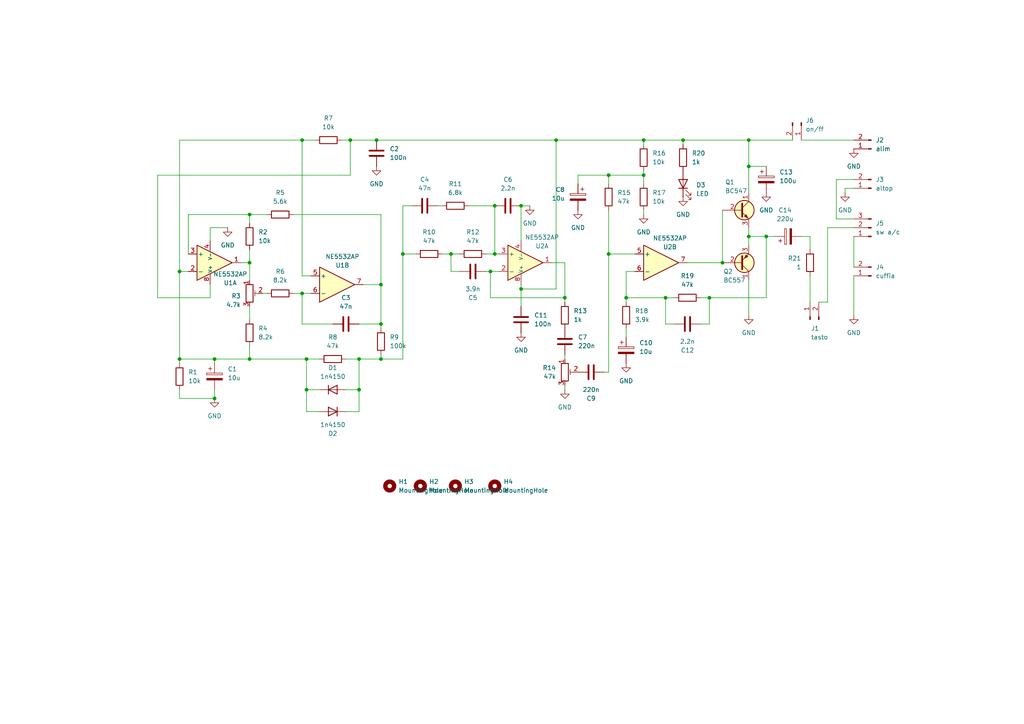
<source format=kicad_sch>
(kicad_sch (version 20231120) (generator "eeschema") (generator_version "8.0")
  (paper "A4")
  (lib_symbols
    (symbol "Connector:Conn_01x02_Pin" (pin_names (offset 1.016) hide)
      (property "Reference" "J" (at 0 2.54 0))
      (property "Value" "Conn_01x02_Pin" (at 0 -5.08 0))
      (symbol "Conn_01x02_Pin_1_1"
        (polyline (pts (xy 1.27 -2.54) (xy 0.8636 -2.54)) (stroke (width 0.1524)))
        (polyline (pts (xy 1.27 0) (xy 0.8636 0)) (stroke (width 0.1524)))
        (rectangle (start 0.8636 -2.413) (end 0 -2.667) (stroke (width 0.1524)) (fill (type outline)))
        (rectangle (start 0.8636 0.127) (end 0 -0.127) (stroke (width 0.1524)) (fill (type outline)))
        (pin passive line (at 5.08 0 180) (length 3.81) (name "Pin_1") (number "1"))
        (pin passive line (at 5.08 -2.54 180) (length 3.81) (name "Pin_2") (number "2"))
      )
    )
    (symbol "Connector:Conn_01x03_Pin" (pin_names (offset 1.016) hide)
      (property "Reference" "J" (at 0 5.08 0))
      (property "Value" "Conn_01x03_Pin" (at 0 -5.08 0))
      (symbol "Conn_01x03_Pin_1_1"
        (polyline (pts (xy 1.27 -2.54) (xy 0.8636 -2.54)) (stroke (width 0.1524)))
        (polyline (pts (xy 1.27 0) (xy 0.8636 0)) (stroke (width 0.1524)))
        (polyline (pts (xy 1.27 2.54) (xy 0.8636 2.54)) (stroke (width 0.1524)))
        (rectangle (start 0.8636 -2.413) (end 0 -2.667) (stroke (width 0.1524)) (fill (type outline)))
        (rectangle (start 0.8636 0.127) (end 0 -0.127) (stroke (width 0.1524)) (fill (type outline)))
        (rectangle (start 0.8636 2.667) (end 0 2.413) (stroke (width 0.1524)) (fill (type outline)))
        (pin passive line (at 5.08 2.54 180) (length 3.81) (name "Pin_1") (number "1"))
        (pin passive line (at 5.08 0 180) (length 3.81) (name "Pin_2") (number "2"))
        (pin passive line (at 5.08 -2.54 180) (length 3.81) (name "Pin_3") (number "3"))
      )
    )
    (symbol "Device:C" (pin_numbers hide) (pin_names (offset 0.254))
      (property "Reference" "C" (at 0.635 2.54 0))
      (property "Value" "C" (at 0.635 -2.54 0))
      (symbol "C_0_1"
        (polyline (pts (xy -2.032 -0.762) (xy 2.032 -0.762)) (stroke (width 0.508)))
        (polyline (pts (xy -2.032 0.762) (xy 2.032 0.762)) (stroke (width 0.508)))
      )
      (symbol "C_1_1"
        (pin passive line (at 0 3.81 270) (length 2.794) (name "~") (number "1"))
        (pin passive line (at 0 -3.81 90) (length 2.794) (name "~") (number "2"))
      )
    )
    (symbol "Device:C_Polarized" (pin_numbers hide) (pin_names (offset 0.254))
      (property "Reference" "C" (at 0.635 2.54 0))
      (property "Value" "C_Polarized" (at 0.635 -2.54 0))
      (symbol "C_Polarized_0_1"
        (rectangle (start -2.286 0.508) (end 2.286 1.016))
        (polyline (pts (xy -1.778 2.286) (xy -0.762 2.286)))
        (polyline (pts (xy -1.27 2.794) (xy -1.27 1.778)))
        (rectangle (start 2.286 -0.508) (end -2.286 -1.016) (fill (type outline)))
      )
      (symbol "C_Polarized_1_1"
        (pin passive line (at 0 3.81 270) (length 2.794) (name "~") (number "1"))
        (pin passive line (at 0 -3.81 90) (length 2.794) (name "~") (number "2"))
      )
    )
    (symbol "Device:D" (pin_numbers hide) (pin_names (offset 1.016) hide)
      (property "Reference" "D" (at 0 2.54 0))
      (property "Value" "D" (at 0 -2.54 0))
      (symbol "D_0_1"
        (polyline (pts (xy -1.27 1.27) (xy -1.27 -1.27)) (stroke (width 0.254)))
        (polyline (pts (xy 1.27 0) (xy -1.27 0)))
        (polyline (pts (xy 1.27 1.27) (xy 1.27 -1.27) (xy -1.27 0) (xy 1.27 1.27)) (stroke (width 0.254)))
      )
      (symbol "D_1_1"
        (pin passive line (at -3.81 0 0) (length 2.54) (name "K") (number "1"))
        (pin passive line (at 3.81 0 180) (length 2.54) (name "A") (number "2"))
      )
    )
    (symbol "Device:LED" (pin_numbers hide) (pin_names (offset 1.016) hide)
      (property "Reference" "D" (at 0 2.54 0))
      (property "Value" "LED" (at 0 -2.54 0))
      (symbol "LED_0_1"
        (polyline (pts (xy -1.27 -1.27) (xy -1.27 1.27)) (stroke (width 0.254)))
        (polyline (pts (xy -1.27 0) (xy 1.27 0)))
        (polyline (pts (xy 1.27 -1.27) (xy 1.27 1.27) (xy -1.27 0) (xy 1.27 -1.27)) (stroke (width 0.254)))
        (polyline (pts (xy -3.048 -0.762) (xy -4.572 -2.286) (xy -3.81 -2.286) (xy -4.572 -2.286) (xy -4.572 -1.524)))
        (polyline (pts (xy -1.778 -0.762) (xy -3.302 -2.286) (xy -2.54 -2.286) (xy -3.302 -2.286) (xy -3.302 -1.524)))
      )
      (symbol "LED_1_1"
        (pin passive line (at -3.81 0 0) (length 2.54) (name "K") (number "1"))
        (pin passive line (at 3.81 0 180) (length 2.54) (name "A") (number "2"))
      )
    )
    (symbol "Device:R" (pin_numbers hide) (pin_names (offset 0))
      (property "Reference" "R" (at 2.032 0 90))
      (property "Value" "R" (at 0 0 90))
      (symbol "R_0_1"
        (rectangle (start -1.016 -2.54) (end 1.016 2.54) (stroke (width 0.254)))
      )
      (symbol "R_1_1"
        (pin passive line (at 0 3.81 270) (length 1.27) (name "~") (number "1"))
        (pin passive line (at 0 -3.81 90) (length 1.27) (name "~") (number "2"))
      )
    )
    (symbol "Device:R_Potentiometer_Trim" (pin_names (offset 1.016) hide)
      (property "Reference" "RV" (at -4.445 0 90))
      (property "Value" "R_Potentiometer_Trim" (at -2.54 0 90))
      (symbol "R_Potentiometer_Trim_0_1"
        (polyline (pts (xy 1.524 0.762) (xy 1.524 -0.762)))
        (polyline (pts (xy 2.54 0) (xy 1.524 0)))
        (rectangle (start 1.016 2.54) (end -1.016 -2.54) (stroke (width 0.254)))
      )
      (symbol "R_Potentiometer_Trim_1_1"
        (pin passive line (at 0 3.81 270) (length 1.27) (name "1") (number "1"))
        (pin passive line (at 3.81 0 180) (length 1.27) (name "2") (number "2"))
        (pin passive line (at 0 -3.81 90) (length 1.27) (name "3") (number "3"))
      )
    )
    (symbol "Mechanical:MountingHole" (pin_names (offset 1.016)) (exclude_from_sim yes) (in_bom no)
      (property "Reference" "H" (at 0 5.08 0))
      (property "Value" "MountingHole" (at 0 3.175 0))
      (symbol "MountingHole_0_1"
        (circle (center 0 0) (radius 1.27) (stroke (width 1.27)))
      )
    )
    (symbol "PCM_Amplifier_Operational_AKL:NE5532AP" (pin_names (offset 0.2))
      (property "Reference" "U" (at 1.27 6.35 0))
      (property "Value" "NE5532AP" (at 1.27 3.81 0))
      (symbol "NE5532AP_0_1"
        (polyline (pts (xy -3.81 5.08) (xy -3.81 -5.08) (xy 6.35 0) (xy -3.81 5.08)) (stroke (width 0.254)) (fill (type background)))
      )
      (symbol "NE5532AP_1_1"
        (pin output line (at 8.89 0 180) (length 2.54) (name "~") (number "1"))
        (pin input line (at -6.35 2.54 0) (length 2.54) (name "-") (number "2"))
        (pin input line (at -6.35 -2.54 0) (length 2.54) (name "+") (number "3"))
        (pin power_in line (at 0 -6.35 90) (length 3.18) (name "V-") (number "4"))
        (pin power_in line (at 0 6.35 270) (length 3.18) (name "V+") (number "8"))
      )
      (symbol "NE5532AP_2_1"
        (pin input line (at -6.35 -2.54 0) (length 2.54) (name "+") (number "5"))
        (pin input line (at -6.35 2.54 0) (length 2.54) (name "-") (number "6"))
        (pin output line (at 8.89 0 180) (length 2.54) (name "~") (number "7"))
      )
    )
    (symbol "PCM_Transistor_BJT_AKL:BC547" (pin_names hide)
      (property "Reference" "Q" (at 5.08 1.27 0))
      (property "Value" "BC547" (at 5.08 -1.27 0))
      (symbol "BC547_0_1"
        (polyline (pts (xy 0.635 0.635) (xy 2.54 2.54)))
        (polyline (pts (xy 0.635 -0.635) (xy 2.54 -2.54) (xy 2.54 -2.54)))
        (polyline (pts (xy 0.635 1.905) (xy 0.635 -1.905) (xy 0.635 -1.905)) (stroke (width 0.508)))
        (polyline (pts (xy 1.27 -1.778) (xy 1.778 -1.27) (xy 2.286 -2.286) (xy 1.27 -1.778) (xy 1.27 -1.778)) (fill (type outline)))
        (circle (center 1.27 0) (radius 2.8194) (stroke (width 0.254)) (fill (type background)))
      )
      (symbol "BC547_1_1"
        (pin passive line (at 2.54 5.08 270) (length 2.54) (name "C") (number "1"))
        (pin input line (at -5.08 0 0) (length 5.715) (name "B") (number "2"))
        (pin passive line (at 2.54 -5.08 90) (length 2.54) (name "E") (number "3"))
      )
    )
    (symbol "PCM_Transistor_BJT_AKL:BC557" (pin_names hide)
      (property "Reference" "Q" (at 5.08 1.27 0))
      (property "Value" "BC557" (at 5.08 -1.27 0))
      (symbol "BC557_0_1"
        (polyline (pts (xy 0.635 -0.635) (xy 2.54 -2.54)))
        (polyline (pts (xy 0.635 -1.905) (xy 0.635 1.905) (xy 0.635 1.905)) (stroke (width 0.508)))
        (polyline (pts (xy 0.635 0.635) (xy 2.54 2.54) (xy 2.54 2.54)))
        (polyline (pts (xy 2.286 1.778) (xy 1.778 2.286) (xy 1.27 1.27) (xy 2.286 1.778) (xy 2.286 1.778)) (fill (type outline)))
        (circle (center 1.27 0) (radius 2.8194) (stroke (width 0.254)) (fill (type background)))
      )
      (symbol "BC557_1_1"
        (pin passive line (at 2.54 -5.08 90) (length 2.54) (name "C") (number "1"))
        (pin input line (at -5.08 0 0) (length 5.715) (name "B") (number "2"))
        (pin passive line (at 2.54 5.08 270) (length 2.54) (name "E") (number "3"))
      )
    )
    (symbol "power:GND" (power) (pin_numbers hide) (pin_names (offset 0) hide)
      (property "Value" "GND" (at 0 -3.81 0))
      (symbol "GND_0_1"
        (polyline (pts (xy 0 0) (xy 0 -1.27) (xy 1.27 -1.27) (xy 0 -2.54) (xy -1.27 -1.27) (xy 0 -1.27)))
      )
      (symbol "GND_1_1"
        (pin power_in line (at 0 0 270) (length 0) (name "~") (number "1"))
      )
    )
  )
  (junction (at 161.29 40.64))
  (junction (at 186.69 40.64))
  (junction (at 62.23 104.14))
  (junction (at 109.22 40.64))
  (junction (at 142.24 78.74))
  (junction (at 104.14 113.03))
  (junction (at 101.6 40.64))
  (junction (at 176.53 73.66))
  (junction (at 72.39 104.14))
  (junction (at 151.13 83.82))
  (junction (at 217.17 68.58))
  (junction (at 87.63 40.64))
  (junction (at 52.07 104.14))
  (junction (at 193.04 86.36))
  (junction (at 217.17 48.26))
  (junction (at 104.14 104.14))
  (junction (at 87.63 85.09))
  (junction (at 72.39 62.23))
  (junction (at 143.51 73.66))
  (junction (at 186.69 50.8))
  (junction (at 116.84 73.66))
  (junction (at 222.25 68.58))
  (junction (at 143.51 59.69))
  (junction (at 72.39 76.2))
  (junction (at 198.12 40.64))
  (junction (at 110.49 93.98))
  (junction (at 110.49 104.14))
  (junction (at 88.9 104.14))
  (junction (at 205.74 86.36))
  (junction (at 110.49 82.55))
  (junction (at 52.07 78.74))
  (junction (at 88.9 113.03))
  (junction (at 151.13 59.69))
  (junction (at 130.81 73.66))
  (junction (at 217.17 40.64))
  (junction (at 62.23 115.57))
  (junction (at 209.55 76.2))
  (junction (at 176.53 50.8))
  (junction (at 181.61 86.36))
  (junction (at 163.83 86.36))
  (wire (pts (xy 87.63 80.01) (xy 90.17 80.01)))
  (wire (pts (xy 116.84 73.66) (xy 116.84 104.14)))
  (wire (pts (xy 69.85 76.2) (xy 72.39 76.2)))
  (wire (pts (xy 110.49 93.98) (xy 110.49 82.55)))
  (wire (pts (xy 160.02 76.2) (xy 163.83 76.2)))
  (wire (pts (xy 87.63 93.98) (xy 87.63 85.09)))
  (wire (pts (xy 52.07 115.57) (xy 62.23 115.57)))
  (wire (pts (xy 247.65 63.5) (xy 242.57 63.5)))
  (wire (pts (xy 60.96 86.36) (xy 60.96 82.55)))
  (wire (pts (xy 116.84 104.14) (xy 110.49 104.14)))
  (wire (pts (xy 54.61 62.23) (xy 72.39 62.23)))
  (wire (pts (xy 100.33 104.14) (xy 104.14 104.14)))
  (wire (pts (xy 181.61 97.79) (xy 181.61 95.25)))
  (wire (pts (xy 60.96 69.85) (xy 60.96 66.04)))
  (wire (pts (xy 222.25 86.36) (xy 222.25 68.58)))
  (wire (pts (xy 116.84 59.69) (xy 116.84 73.66)))
  (wire (pts (xy 52.07 113.03) (xy 52.07 115.57)))
  (wire (pts (xy 163.83 113.03) (xy 163.83 111.76)))
  (wire (pts (xy 62.23 105.41) (xy 62.23 104.14)))
  (wire (pts (xy 163.83 76.2) (xy 163.83 86.36)))
  (wire (pts (xy 245.11 55.88) (xy 245.11 54.61)))
  (wire (pts (xy 176.53 73.66) (xy 184.15 73.66)))
  (wire (pts (xy 52.07 104.14) (xy 52.07 105.41)))
  (wire (pts (xy 186.69 40.64) (xy 198.12 40.64)))
  (wire (pts (xy 203.2 93.98) (xy 205.74 93.98)))
  (wire (pts (xy 161.29 83.82) (xy 161.29 40.64)))
  (wire (pts (xy 72.39 88.9) (xy 72.39 92.71)))
  (wire (pts (xy 247.65 66.04) (xy 240.03 66.04)))
  (wire (pts (xy 143.51 73.66) (xy 144.78 73.66)))
  (wire (pts (xy 217.17 68.58) (xy 222.25 68.58)))
  (wire (pts (xy 52.07 40.64) (xy 87.63 40.64)))
  (wire (pts (xy 217.17 91.44) (xy 217.17 81.28)))
  (wire (pts (xy 100.33 113.03) (xy 104.14 113.03)))
  (wire (pts (xy 205.74 93.98) (xy 205.74 86.36)))
  (wire (pts (xy 90.17 85.09) (xy 87.63 85.09)))
  (wire (pts (xy 127 59.69) (xy 128.27 59.69)))
  (wire (pts (xy 72.39 76.2) (xy 72.39 81.28)))
  (wire (pts (xy 60.96 66.04) (xy 66.04 66.04)))
  (wire (pts (xy 232.41 40.64) (xy 247.65 40.64)))
  (wire (pts (xy 199.39 76.2) (xy 209.55 76.2)))
  (wire (pts (xy 181.61 86.36) (xy 193.04 86.36)))
  (wire (pts (xy 234.95 68.58) (xy 234.95 72.39)))
  (wire (pts (xy 186.69 49.53) (xy 186.69 50.8)))
  (wire (pts (xy 110.49 62.23) (xy 110.49 82.55)))
  (wire (pts (xy 130.81 78.74) (xy 130.81 73.66)))
  (wire (pts (xy 161.29 40.64) (xy 186.69 40.64)))
  (wire (pts (xy 54.61 78.74) (xy 52.07 78.74)))
  (wire (pts (xy 130.81 73.66) (xy 133.35 73.66)))
  (wire (pts (xy 140.97 78.74) (xy 142.24 78.74)))
  (wire (pts (xy 242.57 63.5) (xy 242.57 52.07)))
  (wire (pts (xy 217.17 40.64) (xy 229.87 40.64)))
  (wire (pts (xy 198.12 40.64) (xy 217.17 40.64)))
  (wire (pts (xy 151.13 59.69) (xy 151.13 69.85)))
  (wire (pts (xy 128.27 73.66) (xy 130.81 73.66)))
  (wire (pts (xy 110.49 82.55) (xy 105.41 82.55)))
  (wire (pts (xy 234.95 80.01) (xy 234.95 87.63)))
  (wire (pts (xy 96.52 93.98) (xy 87.63 93.98)))
  (wire (pts (xy 247.65 68.58) (xy 247.65 77.47)))
  (wire (pts (xy 135.89 59.69) (xy 143.51 59.69)))
  (wire (pts (xy 151.13 59.69) (xy 153.67 59.69)))
  (wire (pts (xy 62.23 115.57) (xy 62.23 113.03)))
  (wire (pts (xy 176.53 107.95) (xy 175.26 107.95)))
  (wire (pts (xy 52.07 78.74) (xy 52.07 40.64)))
  (wire (pts (xy 88.9 113.03) (xy 88.9 104.14)))
  (wire (pts (xy 99.06 40.64) (xy 101.6 40.64)))
  (wire (pts (xy 143.51 59.69) (xy 143.51 73.66)))
  (wire (pts (xy 205.74 86.36) (xy 222.25 86.36)))
  (wire (pts (xy 62.23 104.14) (xy 72.39 104.14)))
  (wire (pts (xy 198.12 41.91) (xy 198.12 40.64)))
  (wire (pts (xy 217.17 40.64) (xy 217.17 48.26)))
  (wire (pts (xy 181.61 78.74) (xy 184.15 78.74)))
  (wire (pts (xy 181.61 87.63) (xy 181.61 86.36)))
  (wire (pts (xy 193.04 86.36) (xy 195.58 86.36)))
  (wire (pts (xy 151.13 83.82) (xy 151.13 88.9)))
  (wire (pts (xy 133.35 78.74) (xy 130.81 78.74)))
  (wire (pts (xy 45.72 50.8) (xy 45.72 86.36)))
  (wire (pts (xy 142.24 78.74) (xy 144.78 78.74)))
  (wire (pts (xy 242.57 52.07) (xy 247.65 52.07)))
  (wire (pts (xy 116.84 73.66) (xy 120.65 73.66)))
  (wire (pts (xy 77.47 85.09) (xy 76.2 85.09)))
  (wire (pts (xy 205.74 86.36) (xy 203.2 86.36)))
  (wire (pts (xy 91.44 40.64) (xy 87.63 40.64)))
  (wire (pts (xy 209.55 60.96) (xy 209.55 76.2)))
  (wire (pts (xy 240.03 87.63) (xy 237.49 87.63)))
  (wire (pts (xy 119.38 59.69) (xy 116.84 59.69)))
  (wire (pts (xy 72.39 104.14) (xy 88.9 104.14)))
  (wire (pts (xy 240.03 66.04) (xy 240.03 87.63)))
  (wire (pts (xy 176.53 60.96) (xy 176.53 73.66)))
  (wire (pts (xy 110.49 95.25) (xy 110.49 93.98)))
  (wire (pts (xy 88.9 113.03) (xy 92.71 113.03)))
  (wire (pts (xy 186.69 60.96) (xy 186.69 62.23)))
  (wire (pts (xy 142.24 78.74) (xy 142.24 86.36)))
  (wire (pts (xy 72.39 72.39) (xy 72.39 76.2)))
  (wire (pts (xy 217.17 55.88) (xy 217.17 48.26)))
  (wire (pts (xy 222.25 68.58) (xy 224.79 68.58)))
  (wire (pts (xy 232.41 68.58) (xy 234.95 68.58)))
  (wire (pts (xy 52.07 78.74) (xy 52.07 104.14)))
  (wire (pts (xy 104.14 104.14) (xy 110.49 104.14)))
  (wire (pts (xy 88.9 104.14) (xy 92.71 104.14)))
  (wire (pts (xy 101.6 40.64) (xy 109.22 40.64)))
  (wire (pts (xy 167.64 50.8) (xy 167.64 53.34)))
  (wire (pts (xy 77.47 62.23) (xy 72.39 62.23)))
  (wire (pts (xy 72.39 104.14) (xy 72.39 100.33)))
  (wire (pts (xy 186.69 53.34) (xy 186.69 50.8)))
  (wire (pts (xy 247.65 91.44) (xy 247.65 80.01)))
  (wire (pts (xy 87.63 85.09) (xy 85.09 85.09)))
  (wire (pts (xy 52.07 104.14) (xy 62.23 104.14)))
  (wire (pts (xy 85.09 62.23) (xy 110.49 62.23)))
  (wire (pts (xy 195.58 93.98) (xy 193.04 93.98)))
  (wire (pts (xy 217.17 66.04) (xy 217.17 68.58)))
  (wire (pts (xy 217.17 68.58) (xy 217.17 71.12)))
  (wire (pts (xy 88.9 119.38) (xy 88.9 113.03)))
  (wire (pts (xy 163.83 102.87) (xy 163.83 104.14)))
  (wire (pts (xy 110.49 104.14) (xy 110.49 102.87)))
  (wire (pts (xy 176.53 107.95) (xy 176.53 73.66)))
  (wire (pts (xy 92.71 119.38) (xy 88.9 119.38)))
  (wire (pts (xy 54.61 73.66) (xy 54.61 62.23)))
  (wire (pts (xy 151.13 82.55) (xy 151.13 83.82)))
  (wire (pts (xy 163.83 87.63) (xy 163.83 86.36)))
  (wire (pts (xy 140.97 73.66) (xy 143.51 73.66)))
  (wire (pts (xy 186.69 50.8) (xy 176.53 50.8)))
  (wire (pts (xy 181.61 86.36) (xy 181.61 78.74)))
  (wire (pts (xy 186.69 41.91) (xy 186.69 40.64)))
  (wire (pts (xy 176.53 53.34) (xy 176.53 50.8)))
  (wire (pts (xy 101.6 50.8) (xy 101.6 40.64)))
  (wire (pts (xy 104.14 93.98) (xy 110.49 93.98)))
  (wire (pts (xy 217.17 48.26) (xy 222.25 48.26)))
  (wire (pts (xy 176.53 50.8) (xy 167.64 50.8)))
  (wire (pts (xy 142.24 86.36) (xy 163.83 86.36)))
  (wire (pts (xy 100.33 119.38) (xy 104.14 119.38)))
  (wire (pts (xy 193.04 93.98) (xy 193.04 86.36)))
  (wire (pts (xy 109.22 40.64) (xy 161.29 40.64)))
  (wire (pts (xy 45.72 50.8) (xy 101.6 50.8)))
  (wire (pts (xy 104.14 119.38) (xy 104.14 113.03)))
  (wire (pts (xy 60.96 86.36) (xy 45.72 86.36)))
  (wire (pts (xy 245.11 54.61) (xy 247.65 54.61)))
  (wire (pts (xy 87.63 40.64) (xy 87.63 80.01)))
  (wire (pts (xy 151.13 83.82) (xy 161.29 83.82)))
  (wire (pts (xy 72.39 62.23) (xy 72.39 64.77)))
  (wire (pts (xy 104.14 113.03) (xy 104.14 104.14)))
  (symbol (lib_id "Connector:Conn_01x02_Pin") (at 252.73 43.18 180) (unit 1)
    (property "Reference" "J2" (at 254 40.6399 0) (effects (justify right)))
    (property "Value" "alim" (at 254 43.1799 0) (effects (justify right)))
    (property "Footprint" "Connector_PinHeader_2.54mm:PinHeader_1x02_P2.54mm_Vertical" (effects (hide yes)))
    (property "Description" "Generic connector, single row, 01x02, script generated" (effects (hide yes)))
  )
  (symbol (lib_id "Device:R") (at 72.39 68.58 0) (unit 1)
    (property "Reference" "R2" (at 74.93 67.3099 0) (effects (justify left)))
    (property "Value" "10k" (at 74.93 69.8499 0) (effects (justify left)))
    (property "Footprint" "Resistor_THT:R_Axial_DIN0207_L6.3mm_D2.5mm_P10.16mm_Horizontal" (effects (hide yes)))
    (property "Description" "Resistor" (effects (hide yes)))
  )
  (symbol (lib_id "power:GND") (at 66.04 66.04 0) (unit 1)
    (property "Reference" "#PWR010" (effects (hide yes)))
    (property "Value" "GND" (at 66.04 71.12 0))
    (property "Description" "Power symbol creates a global label with name \"GND\" , ground" (effects (hide yes)))
  )
  (symbol (lib_id "Device:R_Potentiometer_Trim") (at 163.83 107.95 0) (unit 1)
    (property "Reference" "R14" (at 161.29 106.6799 0) (effects (justify right)))
    (property "Value" "47k" (at 161.29 109.2199 0) (effects (justify right)))
    (property "Footprint" "PCM_Potentiometer_THT_US_AKL:Potentiometer_ACP_CA14-H2,5_Horizontal" (effects (hide yes)))
    (property "Description" "Trim-potentiometer" (effects (hide yes)))
  )
  (symbol (lib_id "Mechanical:MountingHole") (at 121.92 140.97 0) (unit 1) (exclude_from_sim yes) (in_bom no)
    (property "Reference" "H2" (at 124.46 139.6999 0) (effects (justify left)))
    (property "Value" "MountingHole" (at 124.46 142.2399 0) (effects (justify left)))
    (property "Footprint" "MountingHole:MountingHole_2.2mm_M2_ISO14580_Pad" (effects (hide yes)))
    (property "Description" "Mounting Hole without connection" (effects (hide yes)))
  )
  (symbol (lib_id "Device:C_Polarized") (at 181.61 101.6 0) (unit 1)
    (property "Reference" "C10" (at 185.42 99.4409 0) (effects (justify left)))
    (property "Value" "10u" (at 185.42 101.9809 0) (effects (justify left)))
    (property "Footprint" "Capacitor_THT:CP_Radial_D6.3mm_P2.50mm" (effects (hide yes)))
    (property "Description" "Polarized capacitor" (effects (hide yes)))
  )
  (symbol (lib_id "Device:R_Potentiometer_Trim") (at 72.39 85.09 0) (unit 1)
    (property "Reference" "R3" (at 69.85 85.852 0) (effects (justify right)))
    (property "Value" "4.7k" (at 69.85 88.392 0) (effects (justify right)))
    (property "Footprint" "PCM_Potentiometer_THT_US_AKL:Potentiometer_ACP_CA14-H2,5_Horizontal" (effects (hide yes)))
    (property "Description" "Trim-potentiometer" (effects (hide yes)))
  )
  (symbol (lib_id "power:GND") (at 222.25 55.88 0) (unit 1)
    (property "Reference" "#PWR03" (effects (hide yes)))
    (property "Value" "GND" (at 222.25 60.96 0))
    (property "Description" "Power symbol creates a global label with name \"GND\" , ground" (effects (hide yes)))
  )
  (symbol (lib_id "Device:R") (at 163.83 91.44 180) (unit 1)
    (property "Reference" "R13" (at 166.37 90.1699 0) (effects (justify right)))
    (property "Value" "1k" (at 166.37 92.7099 0) (effects (justify right)))
    (property "Footprint" "Resistor_THT:R_Axial_DIN0207_L6.3mm_D2.5mm_P10.16mm_Horizontal" (effects (hide yes)))
    (property "Description" "Resistor" (effects (hide yes)))
  )
  (symbol (lib_id "Device:D") (at 96.52 119.38 0) (mirror y) (unit 1)
    (property "Reference" "D2" (at 96.52 125.73 0))
    (property "Value" "1n4150" (at 96.52 123.19 0))
    (property "Footprint" "Diode_THT:D_A-405_P7.62mm_Horizontal" (effects (hide yes)))
    (property "Description" "Diode" (effects (hide yes)))
    (property "Sim.Device" "D" (effects (hide yes)))
    (property "Sim.Pins" "1=K 2=A" (effects (hide yes)))
  )
  (symbol (lib_id "power:GND") (at 62.23 115.57 0) (unit 1)
    (property "Reference" "#PWR015" (effects (hide yes)))
    (property "Value" "GND" (at 62.23 120.65 0))
    (property "Description" "Power symbol creates a global label with name \"GND\" , ground" (effects (hide yes)))
  )
  (symbol (lib_id "Device:R") (at 124.46 73.66 270) (unit 1)
    (property "Reference" "R10" (at 124.46 67.31 90))
    (property "Value" "47k" (at 124.46 69.85 90))
    (property "Footprint" "Resistor_THT:R_Axial_DIN0207_L6.3mm_D2.5mm_P10.16mm_Horizontal" (effects (hide yes)))
    (property "Description" "Resistor" (effects (hide yes)))
  )
  (symbol (lib_id "Connector:Conn_01x03_Pin") (at 252.73 66.04 180) (unit 1)
    (property "Reference" "J5" (at 254 64.7699 0) (effects (justify right)))
    (property "Value" "sw a/c" (at 254 67.3099 0) (effects (justify right)))
    (property "Footprint" "Connector_PinHeader_2.54mm:PinHeader_1x03_P2.54mm_Vertical" (effects (hide yes)))
    (property "Description" "Generic connector, single row, 01x03, script generated" (effects (hide yes)))
  )
  (symbol (lib_id "Device:R") (at 137.16 73.66 90) (unit 1)
    (property "Reference" "R12" (at 137.16 67.31 90))
    (property "Value" "47k" (at 137.16 69.85 90))
    (property "Footprint" "Resistor_THT:R_Axial_DIN0207_L6.3mm_D2.5mm_P10.16mm_Horizontal" (effects (hide yes)))
    (property "Description" "Resistor" (effects (hide yes)))
  )
  (symbol (lib_id "Connector:Conn_01x02_Pin") (at 252.73 54.61 180) (unit 1)
    (property "Reference" "J3" (at 254 52.0699 0) (effects (justify right)))
    (property "Value" "altop" (at 254 54.6099 0) (effects (justify right)))
    (property "Footprint" "Connector_PinHeader_2.54mm:PinHeader_1x02_P2.54mm_Vertical" (effects (hide yes)))
    (property "Description" "Generic connector, single row, 01x02, script generated" (effects (hide yes)))
  )
  (symbol (lib_id "Device:LED") (at 198.12 53.34 90) (unit 1)
    (property "Reference" "D3" (at 201.93 53.6574 90) (effects (justify right)))
    (property "Value" "LED" (at 201.93 56.1974 90) (effects (justify right)))
    (property "Footprint" "LED_THT:LED_D5.0mm_Clear" (effects (hide yes)))
    (property "Description" "Light emitting diode" (effects (hide yes)))
  )
  (symbol (lib_id "Connector:Conn_01x02_Pin") (at 234.95 92.71 90) (unit 1)
    (property "Reference" "J1" (at 235.204 95.25 90) (effects (justify right)))
    (property "Value" "tasto" (at 235.204 97.79 90) (effects (justify right)))
    (property "Footprint" "Connector_PinHeader_2.54mm:PinHeader_1x02_P2.54mm_Vertical" (effects (hide yes)))
    (property "Description" "Generic connector, single row, 01x02, script generated" (effects (hide yes)))
  )
  (symbol (lib_id "Device:R") (at 186.69 45.72 0) (unit 1)
    (property "Reference" "R16" (at 189.23 44.4499 0) (effects (justify left)))
    (property "Value" "10k" (at 189.23 46.9899 0) (effects (justify left)))
    (property "Footprint" "Resistor_THT:R_Axial_DIN0207_L6.3mm_D2.5mm_P10.16mm_Horizontal" (effects (hide yes)))
    (property "Description" "Resistor" (effects (hide yes)))
  )
  (symbol (lib_id "Device:R") (at 110.49 99.06 0) (unit 1)
    (property "Reference" "R9" (at 113.03 97.7899 0) (effects (justify left)))
    (property "Value" "100k" (at 113.03 100.3299 0) (effects (justify left)))
    (property "Footprint" "Resistor_THT:R_Axial_DIN0207_L6.3mm_D2.5mm_P10.16mm_Horizontal" (effects (hide yes)))
    (property "Description" "Resistor" (effects (hide yes)))
  )
  (symbol (lib_id "power:GND") (at 217.17 91.44 0) (unit 1)
    (property "Reference" "#PWR02" (effects (hide yes)))
    (property "Value" "GND" (at 217.17 96.52 0))
    (property "Description" "Power symbol creates a global label with name \"GND\" , ground" (effects (hide yes)))
  )
  (symbol (lib_id "Device:R") (at 198.12 45.72 0) (unit 1)
    (property "Reference" "R20" (at 200.66 44.4499 0) (effects (justify left)))
    (property "Value" "1k" (at 200.66 46.9899 0) (effects (justify left)))
    (property "Footprint" "Resistor_THT:R_Axial_DIN0207_L6.3mm_D2.5mm_P10.16mm_Horizontal" (effects (hide yes)))
    (property "Description" "Resistor" (effects (hide yes)))
  )
  (symbol (lib_id "Device:R") (at 186.69 57.15 0) (unit 1)
    (property "Reference" "R17" (at 189.23 55.8799 0) (effects (justify left)))
    (property "Value" "10k" (at 189.23 58.4199 0) (effects (justify left)))
    (property "Footprint" "Resistor_THT:R_Axial_DIN0207_L6.3mm_D2.5mm_P10.16mm_Horizontal" (effects (hide yes)))
    (property "Description" "Resistor" (effects (hide yes)))
  )
  (symbol (lib_id "power:GND") (at 186.69 62.23 0) (unit 1)
    (property "Reference" "#PWR06" (effects (hide yes)))
    (property "Value" "GND" (at 186.69 67.31 0))
    (property "Description" "Power symbol creates a global label with name \"GND\" , ground" (effects (hide yes)))
  )
  (symbol (lib_id "Device:R") (at 181.61 91.44 0) (unit 1)
    (property "Reference" "R18" (at 184.15 90.1699 0) (effects (justify left)))
    (property "Value" "3.9k" (at 184.15 92.7099 0) (effects (justify left)))
    (property "Footprint" "Resistor_THT:R_Axial_DIN0207_L6.3mm_D2.5mm_P10.16mm_Horizontal" (effects (hide yes)))
    (property "Description" "Resistor" (effects (hide yes)))
  )
  (symbol (lib_id "Device:C") (at 163.83 99.06 180) (unit 1)
    (property "Reference" "C7" (at 167.64 97.7899 0) (effects (justify right)))
    (property "Value" "220n" (at 167.64 100.3299 0) (effects (justify right)))
    (property "Footprint" "Capacitor_THT:C_Disc_D7.5mm_W2.5mm_P5.00mm" (effects (hide yes)))
    (property "Description" "Unpolarized capacitor" (effects (hide yes)))
  )
  (symbol (lib_id "PCM_Amplifier_Operational_AKL:NE5532AP") (at 190.5 76.2 0) (mirror x) (unit 2)
    (property "Reference" "U2" (at 194.31 71.628 0))
    (property "Value" "NE5532AP" (at 194.31 69.088 0))
    (property "Footprint" "PCM_Package_DIP_AKL:DIP-8_W7.62mm_LongPads" (effects (hide yes)))
    (property "Datasheet" "https://www.ti.com/lit/ds/symlink/ne5532.pdf?ts=1634915487120&ref_url=https%253A%252F%252Fwww.google.com%252F" (effects (hide yes)))
    (property "Description" "DIP-8 Dual Low Noise Operational Amplifier, 4mV Offset, 5nV/√Hz, 10MHz, Alternate KiCAD Library" (effects (hide yes)))
  )
  (symbol (lib_id "Device:C") (at 199.39 93.98 270) (mirror x) (unit 1)
    (property "Reference" "C12" (at 199.39 101.6 90))
    (property "Value" "2.2n" (at 199.39 99.06 90))
    (property "Footprint" "Capacitor_THT:C_Disc_D7.5mm_W2.5mm_P5.00mm" (effects (hide yes)))
    (property "Description" "Unpolarized capacitor" (effects (hide yes)))
  )
  (symbol (lib_id "Connector:Conn_01x02_Pin") (at 232.41 35.56 270) (unit 1)
    (property "Reference" "J6" (at 233.68 34.9249 90) (effects (justify left)))
    (property "Value" "on/ff" (at 233.68 37.4649 90) (effects (justify left)))
    (property "Footprint" "Connector_PinHeader_2.54mm:PinHeader_1x02_P2.54mm_Vertical" (effects (hide yes)))
    (property "Description" "Generic connector, single row, 01x02, script generated" (effects (hide yes)))
  )
  (symbol (lib_id "PCM_Transistor_BJT_AKL:BC547") (at 214.63 60.96 0) (unit 1)
    (property "Reference" "Q1" (at 210.312 52.832 0) (effects (justify left)))
    (property "Value" "BC547" (at 210.312 55.372 0) (effects (justify left)))
    (property "Footprint" "PCM_Package_TO_SOT_THT_AKL:TO-92_Inline_Wide_CBE" (effects (hide yes)))
    (property "Datasheet" "https://www.tme.eu/Document/6c5d898a533a0762c2bc33eb26c283a8/BC546-550-DTE.pdf" (effects (hide yes)))
    (property "Description" "NPN TO-92 transistor, 45V, 100mA, 500mW, Complementary to BC557, Alternate KiCAD Library" (effects (hide yes)))
  )
  (symbol (lib_id "Mechanical:MountingHole") (at 143.51 140.97 0) (unit 1) (exclude_from_sim yes) (in_bom no)
    (property "Reference" "H4" (at 146.05 139.6999 0) (effects (justify left)))
    (property "Value" "MountingHole" (at 146.05 142.2399 0) (effects (justify left)))
    (property "Footprint" "MountingHole:MountingHole_2.2mm_M2_ISO14580_Pad" (effects (hide yes)))
    (property "Description" "Mounting Hole without connection" (effects (hide yes)))
  )
  (symbol (lib_id "Device:C_Polarized") (at 167.64 57.15 0) (mirror y) (unit 1)
    (property "Reference" "C8" (at 163.83 54.9909 0) (effects (justify left)))
    (property "Value" "10u" (at 163.83 57.5309 0) (effects (justify left)))
    (property "Footprint" "Capacitor_THT:CP_Radial_D6.3mm_P2.50mm" (effects (hide yes)))
    (property "Description" "Polarized capacitor" (effects (hide yes)))
  )
  (symbol (lib_id "power:GND") (at 245.11 55.88 0) (unit 1)
    (property "Reference" "#PWR014" (effects (hide yes)))
    (property "Value" "GND" (at 245.11 60.96 0))
    (property "Description" "Power symbol creates a global label with name \"GND\" , ground" (effects (hide yes)))
  )
  (symbol (lib_id "Device:R") (at 132.08 59.69 90) (unit 1)
    (property "Reference" "R11" (at 132.08 53.34 90))
    (property "Value" "6.8k" (at 132.08 55.88 90))
    (property "Footprint" "Resistor_THT:R_Axial_DIN0207_L6.3mm_D2.5mm_P10.16mm_Horizontal" (effects (hide yes)))
    (property "Description" "Resistor" (effects (hide yes)))
  )
  (symbol (lib_id "Device:R") (at 176.53 57.15 0) (unit 1)
    (property "Reference" "R15" (at 179.07 55.8799 0) (effects (justify left)))
    (property "Value" "47k" (at 179.07 58.4199 0) (effects (justify left)))
    (property "Footprint" "Resistor_THT:R_Axial_DIN0207_L6.3mm_D2.5mm_P10.16mm_Horizontal" (effects (hide yes)))
    (property "Description" "Resistor" (effects (hide yes)))
  )
  (symbol (lib_id "Device:C_Polarized") (at 62.23 109.22 0) (unit 1)
    (property "Reference" "C1" (at 66.04 107.0609 0) (effects (justify left)))
    (property "Value" "10u" (at 66.04 109.6009 0) (effects (justify left)))
    (property "Footprint" "Capacitor_THT:CP_Radial_D6.3mm_P2.50mm" (effects (hide yes)))
    (property "Description" "Polarized capacitor" (effects (hide yes)))
  )
  (symbol (lib_id "PCM_Transistor_BJT_AKL:BC557") (at 214.63 76.2 0) (unit 1)
    (property "Reference" "Q2" (at 209.804 78.74 0) (effects (justify left)))
    (property "Value" "BC557" (at 209.804 81.28 0) (effects (justify left)))
    (property "Footprint" "PCM_Package_TO_SOT_THT_AKL:TO-92_Inline_Wide_CBE" (effects (hide yes)))
    (property "Datasheet" "https://www.tme.eu/Document/19c3b49670dc51eab7374dcc2c4f9200/BC556-BC560.pdf" (effects (hide yes)))
    (property "Description" "PNP TO-92 transistor, 45V, 100mA, 500mW, Complementary to BC547, Alternate KiCAD Library" (effects (hide yes)))
  )
  (symbol (lib_id "Device:C") (at 171.45 107.95 270) (mirror x) (unit 1)
    (property "Reference" "C9" (at 171.45 115.57 90))
    (property "Value" "220n" (at 171.45 113.03 90))
    (property "Footprint" "Capacitor_THT:C_Disc_D7.5mm_W2.5mm_P5.00mm" (effects (hide yes)))
    (property "Description" "Unpolarized capacitor" (effects (hide yes)))
  )
  (symbol (lib_id "power:GND") (at 167.64 60.96 0) (unit 1)
    (property "Reference" "#PWR07" (effects (hide yes)))
    (property "Value" "GND" (at 167.64 66.04 0))
    (property "Description" "Power symbol creates a global label with name \"GND\" , ground" (effects (hide yes)))
  )
  (symbol (lib_id "power:GND") (at 153.67 59.69 0) (unit 1)
    (property "Reference" "#PWR011" (effects (hide yes)))
    (property "Value" "GND" (at 153.67 64.77 0))
    (property "Description" "Power symbol creates a global label with name \"GND\" , ground" (effects (hide yes)))
  )
  (symbol (lib_id "Device:C") (at 137.16 78.74 90) (mirror x) (unit 1)
    (property "Reference" "C5" (at 137.16 86.36 90))
    (property "Value" "3.9n" (at 137.16 83.82 90))
    (property "Footprint" "Capacitor_THT:C_Disc_D7.5mm_W2.5mm_P5.00mm" (effects (hide yes)))
    (property "Description" "Unpolarized capacitor" (effects (hide yes)))
  )
  (symbol (lib_id "Device:R") (at 234.95 76.2 0) (mirror y) (unit 1)
    (property "Reference" "R21" (at 232.41 74.9299 0) (effects (justify left)))
    (property "Value" "1" (at 232.41 77.4699 0) (effects (justify left)))
    (property "Footprint" "Resistor_THT:R_Axial_DIN0207_L6.3mm_D2.5mm_P10.16mm_Horizontal" (effects (hide yes)))
    (property "Description" "Resistor" (effects (hide yes)))
  )
  (symbol (lib_id "Device:D") (at 96.52 113.03 0) (unit 1)
    (property "Reference" "D1" (at 96.52 106.68 0))
    (property "Value" "1n4150" (at 96.52 109.22 0))
    (property "Footprint" "Diode_THT:D_A-405_P7.62mm_Horizontal" (effects (hide yes)))
    (property "Description" "Diode" (effects (hide yes)))
    (property "Sim.Device" "D" (effects (hide yes)))
    (property "Sim.Pins" "1=K 2=A" (effects (hide yes)))
  )
  (symbol (lib_id "Device:R") (at 72.39 96.52 0) (unit 1)
    (property "Reference" "R4" (at 74.93 95.2499 0) (effects (justify left)))
    (property "Value" "8.2k" (at 74.93 97.7899 0) (effects (justify left)))
    (property "Footprint" "Resistor_THT:R_Axial_DIN0207_L6.3mm_D2.5mm_P10.16mm_Horizontal" (effects (hide yes)))
    (property "Description" "Resistor" (effects (hide yes)))
  )
  (symbol (lib_id "power:GND") (at 151.13 96.52 0) (unit 1)
    (property "Reference" "#PWR04" (effects (hide yes)))
    (property "Value" "GND" (at 151.13 101.6 0))
    (property "Description" "Power symbol creates a global label with name \"GND\" , ground" (effects (hide yes)))
  )
  (symbol (lib_id "power:GND") (at 247.65 43.18 0) (unit 1)
    (property "Reference" "#PWR012" (effects (hide yes)))
    (property "Value" "GND" (at 247.65 48.26 0))
    (property "Description" "Power symbol creates a global label with name \"GND\" , ground" (effects (hide yes)))
  )
  (symbol (lib_id "power:GND") (at 181.61 105.41 0) (unit 1)
    (property "Reference" "#PWR05" (effects (hide yes)))
    (property "Value" "GND" (at 181.61 110.49 0))
    (property "Description" "Power symbol creates a global label with name \"GND\" , ground" (effects (hide yes)))
  )
  (symbol (lib_id "Device:R") (at 199.39 86.36 90) (unit 1)
    (property "Reference" "R19" (at 199.39 80.01 90))
    (property "Value" "47k" (at 199.39 82.55 90))
    (property "Footprint" "Resistor_THT:R_Axial_DIN0207_L6.3mm_D2.5mm_P10.16mm_Horizontal" (effects (hide yes)))
    (property "Description" "Resistor" (effects (hide yes)))
  )
  (symbol (lib_id "Device:C") (at 100.33 93.98 90) (unit 1)
    (property "Reference" "C3" (at 100.33 86.36 90))
    (property "Value" "47n" (at 100.33 88.9 90))
    (property "Footprint" "Capacitor_THT:C_Disc_D7.5mm_W2.5mm_P5.00mm" (effects (hide yes)))
    (property "Description" "Unpolarized capacitor" (effects (hide yes)))
  )
  (symbol (lib_id "Device:C") (at 109.22 44.45 0) (unit 1)
    (property "Reference" "C2" (at 113.03 43.1799 0) (effects (justify left)))
    (property "Value" "100n" (at 113.03 45.7199 0) (effects (justify left)))
    (property "Footprint" "Capacitor_THT:C_Disc_D7.5mm_W2.5mm_P5.00mm" (effects (hide yes)))
    (property "Description" "Unpolarized capacitor" (effects (hide yes)))
  )
  (symbol (lib_id "Device:C") (at 147.32 59.69 90) (unit 1)
    (property "Reference" "C6" (at 147.32 52.07 90))
    (property "Value" "2.2n" (at 147.32 54.61 90))
    (property "Footprint" "Capacitor_THT:C_Disc_D7.5mm_W2.5mm_P5.00mm" (effects (hide yes)))
    (property "Description" "Unpolarized capacitor" (effects (hide yes)))
  )
  (symbol (lib_id "Device:R") (at 52.07 109.22 0) (unit 1)
    (property "Reference" "R1" (at 54.61 107.9499 0) (effects (justify left)))
    (property "Value" "10k" (at 54.61 110.4899 0) (effects (justify left)))
    (property "Footprint" "Resistor_THT:R_Axial_DIN0207_L6.3mm_D2.5mm_P10.16mm_Horizontal" (effects (hide yes)))
    (property "Description" "Resistor" (effects (hide yes)))
  )
  (symbol (lib_id "Device:R") (at 96.52 104.14 270) (unit 1)
    (property "Reference" "R8" (at 96.52 97.79 90))
    (property "Value" "47k" (at 96.52 100.33 90))
    (property "Footprint" "Resistor_THT:R_Axial_DIN0207_L6.3mm_D2.5mm_P10.16mm_Horizontal" (effects (hide yes)))
    (property "Description" "Resistor" (effects (hide yes)))
  )
  (symbol (lib_id "Mechanical:MountingHole") (at 132.08 140.97 0) (unit 1) (exclude_from_sim yes) (in_bom no)
    (property "Reference" "H3" (at 134.62 139.6999 0) (effects (justify left)))
    (property "Value" "MountingHole" (at 134.62 142.2399 0) (effects (justify left)))
    (property "Footprint" "MountingHole:MountingHole_2.2mm_M2_ISO14580_Pad" (effects (hide yes)))
    (property "Description" "Mounting Hole without connection" (effects (hide yes)))
  )
  (symbol (lib_id "PCM_Amplifier_Operational_AKL:NE5532AP") (at 60.96 76.2 0) (mirror x) (unit 1)
    (property "Reference" "U1" (at 66.802 82.042 0))
    (property "Value" "NE5532AP" (at 66.802 79.502 0))
    (property "Footprint" "PCM_Package_DIP_AKL:DIP-8_W7.62mm_LongPads" (effects (hide yes)))
    (property "Datasheet" "https://www.ti.com/lit/ds/symlink/ne5532.pdf?ts=1634915487120&ref_url=https%253A%252F%252Fwww.google.com%252F" (effects (hide yes)))
    (property "Description" "DIP-8 Dual Low Noise Operational Amplifier, 4mV Offset, 5nV/√Hz, 10MHz, Alternate KiCAD Library" (effects (hide yes)))
  )
  (symbol (lib_id "PCM_Amplifier_Operational_AKL:NE5532AP") (at 151.13 76.2 0) (mirror x) (unit 1)
    (property "Reference" "U2" (at 157.226 71.374 0))
    (property "Value" "NE5532AP" (at 157.226 68.834 0))
    (property "Footprint" "PCM_Package_DIP_AKL:DIP-8_W7.62mm_LongPads" (effects (hide yes)))
    (property "Datasheet" "https://www.ti.com/lit/ds/symlink/ne5532.pdf?ts=1634915487120&ref_url=https%253A%252F%252Fwww.google.com%252F" (effects (hide yes)))
    (property "Description" "DIP-8 Dual Low Noise Operational Amplifier, 4mV Offset, 5nV/√Hz, 10MHz, Alternate KiCAD Library" (effects (hide yes)))
  )
  (symbol (lib_id "power:GND") (at 109.22 48.26 0) (unit 1)
    (property "Reference" "#PWR08" (effects (hide yes)))
    (property "Value" "GND" (at 109.22 53.34 0))
    (property "Description" "Power symbol creates a global label with name \"GND\" , ground" (effects (hide yes)))
  )
  (symbol (lib_id "Mechanical:MountingHole") (at 113.03 140.97 0) (unit 1) (exclude_from_sim yes) (in_bom no)
    (property "Reference" "H1" (at 115.57 139.6999 0) (effects (justify left)))
    (property "Value" "MountingHole" (at 115.57 142.2399 0) (effects (justify left)))
    (property "Footprint" "MountingHole:MountingHole_2.2mm_M2_ISO14580_Pad" (effects (hide yes)))
    (property "Description" "Mounting Hole without connection" (effects (hide yes)))
  )
  (symbol (lib_id "Device:C") (at 151.13 92.71 0) (unit 1)
    (property "Reference" "C11" (at 154.94 91.4399 0) (effects (justify left)))
    (property "Value" "100n" (at 154.94 93.9799 0) (effects (justify left)))
    (property "Footprint" "Capacitor_THT:C_Disc_D7.5mm_W2.5mm_P5.00mm" (effects (hide yes)))
    (property "Description" "Unpolarized capacitor" (effects (hide yes)))
  )
  (symbol (lib_id "power:GND") (at 163.83 113.03 0) (unit 1)
    (property "Reference" "#PWR09" (effects (hide yes)))
    (property "Value" "GND" (at 163.83 118.11 0))
    (property "Description" "Power symbol creates a global label with name \"GND\" , ground" (effects (hide yes)))
  )
  (symbol (lib_id "Device:R") (at 81.28 62.23 90) (unit 1)
    (property "Reference" "R5" (at 81.28 55.88 90))
    (property "Value" "5.6k" (at 81.28 58.42 90))
    (property "Footprint" "Resistor_THT:R_Axial_DIN0207_L6.3mm_D2.5mm_P10.16mm_Horizontal" (effects (hide yes)))
    (property "Description" "Resistor" (effects (hide yes)))
  )
  (symbol (lib_id "Device:C_Polarized") (at 222.25 52.07 0) (unit 1)
    (property "Reference" "C13" (at 226.06 49.9109 0) (effects (justify left)))
    (property "Value" "100u" (at 226.06 52.4509 0) (effects (justify left)))
    (property "Footprint" "Capacitor_THT:CP_Radial_D6.3mm_P2.50mm" (effects (hide yes)))
    (property "Description" "Polarized capacitor" (effects (hide yes)))
  )
  (symbol (lib_id "Device:R") (at 81.28 85.09 90) (unit 1)
    (property "Reference" "R6" (at 81.28 78.74 90))
    (property "Value" "8.2k" (at 81.28 81.28 90))
    (property "Footprint" "Resistor_THT:R_Axial_DIN0207_L6.3mm_D2.5mm_P10.16mm_Horizontal" (effects (hide yes)))
    (property "Description" "Resistor" (effects (hide yes)))
  )
  (symbol (lib_id "power:GND") (at 198.12 57.15 0) (unit 1)
    (property "Reference" "#PWR01" (effects (hide yes)))
    (property "Value" "GND" (at 198.12 62.23 0))
    (property "Description" "Power symbol creates a global label with name \"GND\" , ground" (effects (hide yes)))
  )
  (symbol (lib_id "Device:R") (at 95.25 40.64 270) (unit 1)
    (property "Reference" "R7" (at 95.25 34.29 90))
    (property "Value" "10k" (at 95.25 36.83 90))
    (property "Footprint" "Resistor_THT:R_Axial_DIN0207_L6.3mm_D2.5mm_P10.16mm_Horizontal" (effects (hide yes)))
    (property "Description" "Resistor" (effects (hide yes)))
  )
  (symbol (lib_id "PCM_Amplifier_Operational_AKL:NE5532AP") (at 96.52 82.55 0) (mirror x) (unit 2)
    (property "Reference" "U1" (at 99.314 76.962 0))
    (property "Value" "NE5532AP" (at 99.314 74.422 0))
    (property "Footprint" "PCM_Package_DIP_AKL:DIP-8_W7.62mm_LongPads" (effects (hide yes)))
    (property "Datasheet" "https://www.ti.com/lit/ds/symlink/ne5532.pdf?ts=1634915487120&ref_url=https%253A%252F%252Fwww.google.com%252F" (effects (hide yes)))
    (property "Description" "DIP-8 Dual Low Noise Operational Amplifier, 4mV Offset, 5nV/√Hz, 10MHz, Alternate KiCAD Library" (effects (hide yes)))
  )
  (symbol (lib_id "Connector:Conn_01x02_Pin") (at 252.73 80.01 180) (unit 1)
    (property "Reference" "J4" (at 254 77.4699 0) (effects (justify right)))
    (property "Value" "cuffia" (at 254 80.0099 0) (effects (justify right)))
    (property "Footprint" "Connector_PinHeader_2.54mm:PinHeader_1x02_P2.54mm_Vertical" (effects (hide yes)))
    (property "Description" "Generic connector, single row, 01x02, script generated" (effects (hide yes)))
  )
  (symbol (lib_id "Device:C_Polarized") (at 228.6 68.58 90) (unit 1)
    (property "Reference" "C14" (at 227.711 60.96 90))
    (property "Value" "220u" (at 227.711 63.5 90))
    (property "Footprint" "Capacitor_THT:CP_Radial_D6.3mm_P2.50mm" (effects (hide yes)))
    (property "Description" "Polarized capacitor" (effects (hide yes)))
  )
  (symbol (lib_id "Device:C") (at 123.19 59.69 90) (unit 1)
    (property "Reference" "C4" (at 123.19 52.07 90))
    (property "Value" "47n" (at 123.19 54.61 90))
    (property "Footprint" "Capacitor_THT:C_Disc_D7.5mm_W2.5mm_P5.00mm" (effects (hide yes)))
    (property "Description" "Unpolarized capacitor" (effects (hide yes)))
  )
  (symbol (lib_id "power:GND") (at 247.65 91.44 0) (unit 1)
    (property "Reference" "#PWR013" (effects (hide yes)))
    (property "Value" "GND" (at 247.65 96.52 0))
    (property "Description" "Power symbol creates a global label with name \"GND\" , ground" (effects (hide yes)))
  )
)
</source>
